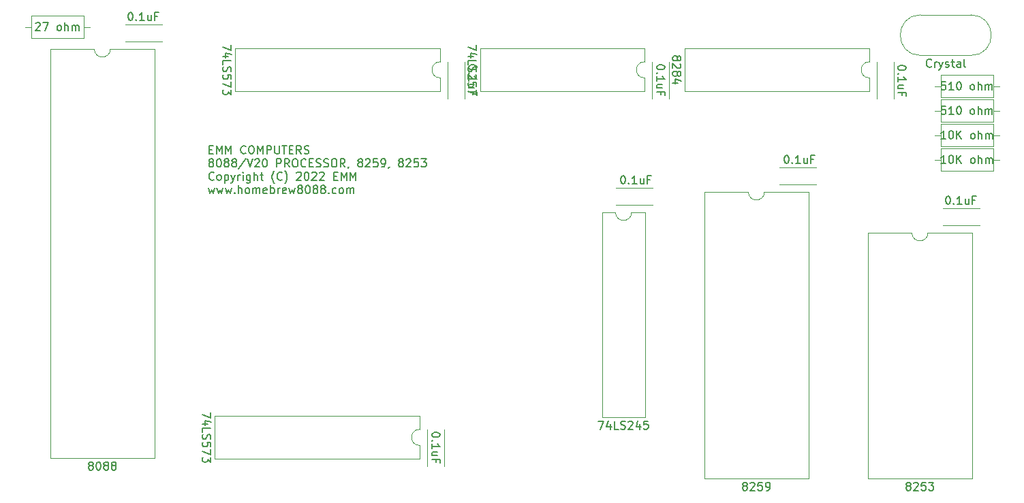
<source format=gbr>
G04 #@! TF.GenerationSoftware,KiCad,Pcbnew,(5.1.8)-1*
G04 #@! TF.CreationDate,2022-04-05T10:35:22-06:00*
G04 #@! TF.ProjectId,8088,38303838-2e6b-4696-9361-645f70636258,rev?*
G04 #@! TF.SameCoordinates,Original*
G04 #@! TF.FileFunction,Legend,Top*
G04 #@! TF.FilePolarity,Positive*
%FSLAX46Y46*%
G04 Gerber Fmt 4.6, Leading zero omitted, Abs format (unit mm)*
G04 Created by KiCad (PCBNEW (5.1.8)-1) date 2022-04-05 10:35:22*
%MOMM*%
%LPD*%
G01*
G04 APERTURE LIST*
%ADD10C,0.150000*%
%ADD11C,0.120000*%
G04 APERTURE END LIST*
D10*
X80845975Y-77438171D02*
X81179308Y-77438171D01*
X81322165Y-77961980D02*
X80845975Y-77961980D01*
X80845975Y-76961980D01*
X81322165Y-76961980D01*
X81750737Y-77961980D02*
X81750737Y-76961980D01*
X82084070Y-77676266D01*
X82417403Y-76961980D01*
X82417403Y-77961980D01*
X82893594Y-77961980D02*
X82893594Y-76961980D01*
X83226927Y-77676266D01*
X83560260Y-76961980D01*
X83560260Y-77961980D01*
X85369784Y-77866742D02*
X85322165Y-77914361D01*
X85179308Y-77961980D01*
X85084070Y-77961980D01*
X84941213Y-77914361D01*
X84845975Y-77819123D01*
X84798356Y-77723885D01*
X84750737Y-77533409D01*
X84750737Y-77390552D01*
X84798356Y-77200076D01*
X84845975Y-77104838D01*
X84941213Y-77009600D01*
X85084070Y-76961980D01*
X85179308Y-76961980D01*
X85322165Y-77009600D01*
X85369784Y-77057219D01*
X85988832Y-76961980D02*
X86179308Y-76961980D01*
X86274546Y-77009600D01*
X86369784Y-77104838D01*
X86417403Y-77295314D01*
X86417403Y-77628647D01*
X86369784Y-77819123D01*
X86274546Y-77914361D01*
X86179308Y-77961980D01*
X85988832Y-77961980D01*
X85893594Y-77914361D01*
X85798356Y-77819123D01*
X85750737Y-77628647D01*
X85750737Y-77295314D01*
X85798356Y-77104838D01*
X85893594Y-77009600D01*
X85988832Y-76961980D01*
X86845975Y-77961980D02*
X86845975Y-76961980D01*
X87179308Y-77676266D01*
X87512641Y-76961980D01*
X87512641Y-77961980D01*
X87988832Y-77961980D02*
X87988832Y-76961980D01*
X88369784Y-76961980D01*
X88465022Y-77009600D01*
X88512641Y-77057219D01*
X88560260Y-77152457D01*
X88560260Y-77295314D01*
X88512641Y-77390552D01*
X88465022Y-77438171D01*
X88369784Y-77485790D01*
X87988832Y-77485790D01*
X88988832Y-76961980D02*
X88988832Y-77771504D01*
X89036451Y-77866742D01*
X89084070Y-77914361D01*
X89179308Y-77961980D01*
X89369784Y-77961980D01*
X89465022Y-77914361D01*
X89512641Y-77866742D01*
X89560260Y-77771504D01*
X89560260Y-76961980D01*
X89893594Y-76961980D02*
X90465022Y-76961980D01*
X90179308Y-77961980D02*
X90179308Y-76961980D01*
X90798356Y-77438171D02*
X91131689Y-77438171D01*
X91274546Y-77961980D02*
X90798356Y-77961980D01*
X90798356Y-76961980D01*
X91274546Y-76961980D01*
X92274546Y-77961980D02*
X91941213Y-77485790D01*
X91703118Y-77961980D02*
X91703118Y-76961980D01*
X92084070Y-76961980D01*
X92179308Y-77009600D01*
X92226927Y-77057219D01*
X92274546Y-77152457D01*
X92274546Y-77295314D01*
X92226927Y-77390552D01*
X92179308Y-77438171D01*
X92084070Y-77485790D01*
X91703118Y-77485790D01*
X92655499Y-77914361D02*
X92798356Y-77961980D01*
X93036451Y-77961980D01*
X93131689Y-77914361D01*
X93179308Y-77866742D01*
X93226927Y-77771504D01*
X93226927Y-77676266D01*
X93179308Y-77581028D01*
X93131689Y-77533409D01*
X93036451Y-77485790D01*
X92845975Y-77438171D01*
X92750737Y-77390552D01*
X92703118Y-77342933D01*
X92655499Y-77247695D01*
X92655499Y-77152457D01*
X92703118Y-77057219D01*
X92750737Y-77009600D01*
X92845975Y-76961980D01*
X93084070Y-76961980D01*
X93226927Y-77009600D01*
X80988832Y-79040552D02*
X80893594Y-78992933D01*
X80845975Y-78945314D01*
X80798356Y-78850076D01*
X80798356Y-78802457D01*
X80845975Y-78707219D01*
X80893594Y-78659600D01*
X80988832Y-78611980D01*
X81179308Y-78611980D01*
X81274546Y-78659600D01*
X81322165Y-78707219D01*
X81369784Y-78802457D01*
X81369784Y-78850076D01*
X81322165Y-78945314D01*
X81274546Y-78992933D01*
X81179308Y-79040552D01*
X80988832Y-79040552D01*
X80893594Y-79088171D01*
X80845975Y-79135790D01*
X80798356Y-79231028D01*
X80798356Y-79421504D01*
X80845975Y-79516742D01*
X80893594Y-79564361D01*
X80988832Y-79611980D01*
X81179308Y-79611980D01*
X81274546Y-79564361D01*
X81322165Y-79516742D01*
X81369784Y-79421504D01*
X81369784Y-79231028D01*
X81322165Y-79135790D01*
X81274546Y-79088171D01*
X81179308Y-79040552D01*
X81988832Y-78611980D02*
X82084070Y-78611980D01*
X82179308Y-78659600D01*
X82226927Y-78707219D01*
X82274546Y-78802457D01*
X82322165Y-78992933D01*
X82322165Y-79231028D01*
X82274546Y-79421504D01*
X82226927Y-79516742D01*
X82179308Y-79564361D01*
X82084070Y-79611980D01*
X81988832Y-79611980D01*
X81893594Y-79564361D01*
X81845975Y-79516742D01*
X81798356Y-79421504D01*
X81750737Y-79231028D01*
X81750737Y-78992933D01*
X81798356Y-78802457D01*
X81845975Y-78707219D01*
X81893594Y-78659600D01*
X81988832Y-78611980D01*
X82893594Y-79040552D02*
X82798356Y-78992933D01*
X82750737Y-78945314D01*
X82703118Y-78850076D01*
X82703118Y-78802457D01*
X82750737Y-78707219D01*
X82798356Y-78659600D01*
X82893594Y-78611980D01*
X83084070Y-78611980D01*
X83179308Y-78659600D01*
X83226927Y-78707219D01*
X83274546Y-78802457D01*
X83274546Y-78850076D01*
X83226927Y-78945314D01*
X83179308Y-78992933D01*
X83084070Y-79040552D01*
X82893594Y-79040552D01*
X82798356Y-79088171D01*
X82750737Y-79135790D01*
X82703118Y-79231028D01*
X82703118Y-79421504D01*
X82750737Y-79516742D01*
X82798356Y-79564361D01*
X82893594Y-79611980D01*
X83084070Y-79611980D01*
X83179308Y-79564361D01*
X83226927Y-79516742D01*
X83274546Y-79421504D01*
X83274546Y-79231028D01*
X83226927Y-79135790D01*
X83179308Y-79088171D01*
X83084070Y-79040552D01*
X83845975Y-79040552D02*
X83750737Y-78992933D01*
X83703118Y-78945314D01*
X83655499Y-78850076D01*
X83655499Y-78802457D01*
X83703118Y-78707219D01*
X83750737Y-78659600D01*
X83845975Y-78611980D01*
X84036451Y-78611980D01*
X84131689Y-78659600D01*
X84179308Y-78707219D01*
X84226927Y-78802457D01*
X84226927Y-78850076D01*
X84179308Y-78945314D01*
X84131689Y-78992933D01*
X84036451Y-79040552D01*
X83845975Y-79040552D01*
X83750737Y-79088171D01*
X83703118Y-79135790D01*
X83655499Y-79231028D01*
X83655499Y-79421504D01*
X83703118Y-79516742D01*
X83750737Y-79564361D01*
X83845975Y-79611980D01*
X84036451Y-79611980D01*
X84131689Y-79564361D01*
X84179308Y-79516742D01*
X84226927Y-79421504D01*
X84226927Y-79231028D01*
X84179308Y-79135790D01*
X84131689Y-79088171D01*
X84036451Y-79040552D01*
X85369784Y-78564361D02*
X84512641Y-79850076D01*
X85560260Y-78611980D02*
X85893594Y-79611980D01*
X86226927Y-78611980D01*
X86512641Y-78707219D02*
X86560260Y-78659600D01*
X86655499Y-78611980D01*
X86893594Y-78611980D01*
X86988832Y-78659600D01*
X87036451Y-78707219D01*
X87084070Y-78802457D01*
X87084070Y-78897695D01*
X87036451Y-79040552D01*
X86465022Y-79611980D01*
X87084070Y-79611980D01*
X87703118Y-78611980D02*
X87798356Y-78611980D01*
X87893594Y-78659600D01*
X87941213Y-78707219D01*
X87988832Y-78802457D01*
X88036451Y-78992933D01*
X88036451Y-79231028D01*
X87988832Y-79421504D01*
X87941213Y-79516742D01*
X87893594Y-79564361D01*
X87798356Y-79611980D01*
X87703118Y-79611980D01*
X87607880Y-79564361D01*
X87560260Y-79516742D01*
X87512641Y-79421504D01*
X87465022Y-79231028D01*
X87465022Y-78992933D01*
X87512641Y-78802457D01*
X87560260Y-78707219D01*
X87607880Y-78659600D01*
X87703118Y-78611980D01*
X89226927Y-79611980D02*
X89226927Y-78611980D01*
X89607880Y-78611980D01*
X89703118Y-78659600D01*
X89750737Y-78707219D01*
X89798356Y-78802457D01*
X89798356Y-78945314D01*
X89750737Y-79040552D01*
X89703118Y-79088171D01*
X89607880Y-79135790D01*
X89226927Y-79135790D01*
X90798356Y-79611980D02*
X90465022Y-79135790D01*
X90226927Y-79611980D02*
X90226927Y-78611980D01*
X90607880Y-78611980D01*
X90703118Y-78659600D01*
X90750737Y-78707219D01*
X90798356Y-78802457D01*
X90798356Y-78945314D01*
X90750737Y-79040552D01*
X90703118Y-79088171D01*
X90607880Y-79135790D01*
X90226927Y-79135790D01*
X91417403Y-78611980D02*
X91607880Y-78611980D01*
X91703118Y-78659600D01*
X91798356Y-78754838D01*
X91845975Y-78945314D01*
X91845975Y-79278647D01*
X91798356Y-79469123D01*
X91703118Y-79564361D01*
X91607880Y-79611980D01*
X91417403Y-79611980D01*
X91322165Y-79564361D01*
X91226927Y-79469123D01*
X91179308Y-79278647D01*
X91179308Y-78945314D01*
X91226927Y-78754838D01*
X91322165Y-78659600D01*
X91417403Y-78611980D01*
X92845975Y-79516742D02*
X92798356Y-79564361D01*
X92655499Y-79611980D01*
X92560260Y-79611980D01*
X92417403Y-79564361D01*
X92322165Y-79469123D01*
X92274546Y-79373885D01*
X92226927Y-79183409D01*
X92226927Y-79040552D01*
X92274546Y-78850076D01*
X92322165Y-78754838D01*
X92417403Y-78659600D01*
X92560260Y-78611980D01*
X92655499Y-78611980D01*
X92798356Y-78659600D01*
X92845975Y-78707219D01*
X93274546Y-79088171D02*
X93607880Y-79088171D01*
X93750737Y-79611980D02*
X93274546Y-79611980D01*
X93274546Y-78611980D01*
X93750737Y-78611980D01*
X94131689Y-79564361D02*
X94274546Y-79611980D01*
X94512641Y-79611980D01*
X94607880Y-79564361D01*
X94655499Y-79516742D01*
X94703118Y-79421504D01*
X94703118Y-79326266D01*
X94655499Y-79231028D01*
X94607880Y-79183409D01*
X94512641Y-79135790D01*
X94322165Y-79088171D01*
X94226927Y-79040552D01*
X94179308Y-78992933D01*
X94131689Y-78897695D01*
X94131689Y-78802457D01*
X94179308Y-78707219D01*
X94226927Y-78659600D01*
X94322165Y-78611980D01*
X94560260Y-78611980D01*
X94703118Y-78659600D01*
X95084070Y-79564361D02*
X95226927Y-79611980D01*
X95465022Y-79611980D01*
X95560260Y-79564361D01*
X95607880Y-79516742D01*
X95655499Y-79421504D01*
X95655499Y-79326266D01*
X95607880Y-79231028D01*
X95560260Y-79183409D01*
X95465022Y-79135790D01*
X95274546Y-79088171D01*
X95179308Y-79040552D01*
X95131689Y-78992933D01*
X95084070Y-78897695D01*
X95084070Y-78802457D01*
X95131689Y-78707219D01*
X95179308Y-78659600D01*
X95274546Y-78611980D01*
X95512641Y-78611980D01*
X95655499Y-78659600D01*
X96274546Y-78611980D02*
X96465022Y-78611980D01*
X96560260Y-78659600D01*
X96655499Y-78754838D01*
X96703118Y-78945314D01*
X96703118Y-79278647D01*
X96655499Y-79469123D01*
X96560260Y-79564361D01*
X96465022Y-79611980D01*
X96274546Y-79611980D01*
X96179308Y-79564361D01*
X96084070Y-79469123D01*
X96036451Y-79278647D01*
X96036451Y-78945314D01*
X96084070Y-78754838D01*
X96179308Y-78659600D01*
X96274546Y-78611980D01*
X97703118Y-79611980D02*
X97369784Y-79135790D01*
X97131689Y-79611980D02*
X97131689Y-78611980D01*
X97512641Y-78611980D01*
X97607880Y-78659600D01*
X97655499Y-78707219D01*
X97703118Y-78802457D01*
X97703118Y-78945314D01*
X97655499Y-79040552D01*
X97607880Y-79088171D01*
X97512641Y-79135790D01*
X97131689Y-79135790D01*
X98179308Y-79564361D02*
X98179308Y-79611980D01*
X98131689Y-79707219D01*
X98084070Y-79754838D01*
X99512641Y-79040552D02*
X99417403Y-78992933D01*
X99369784Y-78945314D01*
X99322165Y-78850076D01*
X99322165Y-78802457D01*
X99369784Y-78707219D01*
X99417403Y-78659600D01*
X99512641Y-78611980D01*
X99703118Y-78611980D01*
X99798356Y-78659600D01*
X99845975Y-78707219D01*
X99893594Y-78802457D01*
X99893594Y-78850076D01*
X99845975Y-78945314D01*
X99798356Y-78992933D01*
X99703118Y-79040552D01*
X99512641Y-79040552D01*
X99417403Y-79088171D01*
X99369784Y-79135790D01*
X99322165Y-79231028D01*
X99322165Y-79421504D01*
X99369784Y-79516742D01*
X99417403Y-79564361D01*
X99512641Y-79611980D01*
X99703118Y-79611980D01*
X99798356Y-79564361D01*
X99845975Y-79516742D01*
X99893594Y-79421504D01*
X99893594Y-79231028D01*
X99845975Y-79135790D01*
X99798356Y-79088171D01*
X99703118Y-79040552D01*
X100274546Y-78707219D02*
X100322165Y-78659600D01*
X100417403Y-78611980D01*
X100655499Y-78611980D01*
X100750737Y-78659600D01*
X100798356Y-78707219D01*
X100845975Y-78802457D01*
X100845975Y-78897695D01*
X100798356Y-79040552D01*
X100226927Y-79611980D01*
X100845975Y-79611980D01*
X101750737Y-78611980D02*
X101274546Y-78611980D01*
X101226927Y-79088171D01*
X101274546Y-79040552D01*
X101369784Y-78992933D01*
X101607880Y-78992933D01*
X101703118Y-79040552D01*
X101750737Y-79088171D01*
X101798356Y-79183409D01*
X101798356Y-79421504D01*
X101750737Y-79516742D01*
X101703118Y-79564361D01*
X101607880Y-79611980D01*
X101369784Y-79611980D01*
X101274546Y-79564361D01*
X101226927Y-79516742D01*
X102274546Y-79611980D02*
X102465022Y-79611980D01*
X102560260Y-79564361D01*
X102607880Y-79516742D01*
X102703118Y-79373885D01*
X102750737Y-79183409D01*
X102750737Y-78802457D01*
X102703118Y-78707219D01*
X102655499Y-78659600D01*
X102560260Y-78611980D01*
X102369784Y-78611980D01*
X102274546Y-78659600D01*
X102226927Y-78707219D01*
X102179308Y-78802457D01*
X102179308Y-79040552D01*
X102226927Y-79135790D01*
X102274546Y-79183409D01*
X102369784Y-79231028D01*
X102560260Y-79231028D01*
X102655499Y-79183409D01*
X102703118Y-79135790D01*
X102750737Y-79040552D01*
X103226927Y-79564361D02*
X103226927Y-79611980D01*
X103179308Y-79707219D01*
X103131689Y-79754838D01*
X104560260Y-79040552D02*
X104465022Y-78992933D01*
X104417403Y-78945314D01*
X104369784Y-78850076D01*
X104369784Y-78802457D01*
X104417403Y-78707219D01*
X104465022Y-78659600D01*
X104560260Y-78611980D01*
X104750737Y-78611980D01*
X104845975Y-78659600D01*
X104893594Y-78707219D01*
X104941213Y-78802457D01*
X104941213Y-78850076D01*
X104893594Y-78945314D01*
X104845975Y-78992933D01*
X104750737Y-79040552D01*
X104560260Y-79040552D01*
X104465022Y-79088171D01*
X104417403Y-79135790D01*
X104369784Y-79231028D01*
X104369784Y-79421504D01*
X104417403Y-79516742D01*
X104465022Y-79564361D01*
X104560260Y-79611980D01*
X104750737Y-79611980D01*
X104845975Y-79564361D01*
X104893594Y-79516742D01*
X104941213Y-79421504D01*
X104941213Y-79231028D01*
X104893594Y-79135790D01*
X104845975Y-79088171D01*
X104750737Y-79040552D01*
X105322165Y-78707219D02*
X105369784Y-78659600D01*
X105465022Y-78611980D01*
X105703118Y-78611980D01*
X105798356Y-78659600D01*
X105845975Y-78707219D01*
X105893594Y-78802457D01*
X105893594Y-78897695D01*
X105845975Y-79040552D01*
X105274546Y-79611980D01*
X105893594Y-79611980D01*
X106798356Y-78611980D02*
X106322165Y-78611980D01*
X106274546Y-79088171D01*
X106322165Y-79040552D01*
X106417403Y-78992933D01*
X106655499Y-78992933D01*
X106750737Y-79040552D01*
X106798356Y-79088171D01*
X106845975Y-79183409D01*
X106845975Y-79421504D01*
X106798356Y-79516742D01*
X106750737Y-79564361D01*
X106655499Y-79611980D01*
X106417403Y-79611980D01*
X106322165Y-79564361D01*
X106274546Y-79516742D01*
X107179308Y-78611980D02*
X107798356Y-78611980D01*
X107465022Y-78992933D01*
X107607879Y-78992933D01*
X107703118Y-79040552D01*
X107750737Y-79088171D01*
X107798356Y-79183409D01*
X107798356Y-79421504D01*
X107750737Y-79516742D01*
X107703118Y-79564361D01*
X107607879Y-79611980D01*
X107322165Y-79611980D01*
X107226927Y-79564361D01*
X107179308Y-79516742D01*
X81417403Y-81166742D02*
X81369784Y-81214361D01*
X81226927Y-81261980D01*
X81131689Y-81261980D01*
X80988832Y-81214361D01*
X80893594Y-81119123D01*
X80845975Y-81023885D01*
X80798356Y-80833409D01*
X80798356Y-80690552D01*
X80845975Y-80500076D01*
X80893594Y-80404838D01*
X80988832Y-80309600D01*
X81131689Y-80261980D01*
X81226927Y-80261980D01*
X81369784Y-80309600D01*
X81417403Y-80357219D01*
X81988832Y-81261980D02*
X81893594Y-81214361D01*
X81845975Y-81166742D01*
X81798356Y-81071504D01*
X81798356Y-80785790D01*
X81845975Y-80690552D01*
X81893594Y-80642933D01*
X81988832Y-80595314D01*
X82131689Y-80595314D01*
X82226927Y-80642933D01*
X82274546Y-80690552D01*
X82322165Y-80785790D01*
X82322165Y-81071504D01*
X82274546Y-81166742D01*
X82226927Y-81214361D01*
X82131689Y-81261980D01*
X81988832Y-81261980D01*
X82750737Y-80595314D02*
X82750737Y-81595314D01*
X82750737Y-80642933D02*
X82845975Y-80595314D01*
X83036451Y-80595314D01*
X83131689Y-80642933D01*
X83179308Y-80690552D01*
X83226927Y-80785790D01*
X83226927Y-81071504D01*
X83179308Y-81166742D01*
X83131689Y-81214361D01*
X83036451Y-81261980D01*
X82845975Y-81261980D01*
X82750737Y-81214361D01*
X83560260Y-80595314D02*
X83798356Y-81261980D01*
X84036451Y-80595314D02*
X83798356Y-81261980D01*
X83703118Y-81500076D01*
X83655499Y-81547695D01*
X83560260Y-81595314D01*
X84417403Y-81261980D02*
X84417403Y-80595314D01*
X84417403Y-80785790D02*
X84465022Y-80690552D01*
X84512641Y-80642933D01*
X84607880Y-80595314D01*
X84703118Y-80595314D01*
X85036451Y-81261980D02*
X85036451Y-80595314D01*
X85036451Y-80261980D02*
X84988832Y-80309600D01*
X85036451Y-80357219D01*
X85084070Y-80309600D01*
X85036451Y-80261980D01*
X85036451Y-80357219D01*
X85941213Y-80595314D02*
X85941213Y-81404838D01*
X85893594Y-81500076D01*
X85845975Y-81547695D01*
X85750737Y-81595314D01*
X85607880Y-81595314D01*
X85512641Y-81547695D01*
X85941213Y-81214361D02*
X85845975Y-81261980D01*
X85655499Y-81261980D01*
X85560260Y-81214361D01*
X85512641Y-81166742D01*
X85465022Y-81071504D01*
X85465022Y-80785790D01*
X85512641Y-80690552D01*
X85560260Y-80642933D01*
X85655499Y-80595314D01*
X85845975Y-80595314D01*
X85941213Y-80642933D01*
X86417403Y-81261980D02*
X86417403Y-80261980D01*
X86845975Y-81261980D02*
X86845975Y-80738171D01*
X86798356Y-80642933D01*
X86703118Y-80595314D01*
X86560260Y-80595314D01*
X86465022Y-80642933D01*
X86417403Y-80690552D01*
X87179308Y-80595314D02*
X87560260Y-80595314D01*
X87322165Y-80261980D02*
X87322165Y-81119123D01*
X87369784Y-81214361D01*
X87465022Y-81261980D01*
X87560260Y-81261980D01*
X88941213Y-81642933D02*
X88893594Y-81595314D01*
X88798356Y-81452457D01*
X88750737Y-81357219D01*
X88703118Y-81214361D01*
X88655499Y-80976266D01*
X88655499Y-80785790D01*
X88703118Y-80547695D01*
X88750737Y-80404838D01*
X88798356Y-80309600D01*
X88893594Y-80166742D01*
X88941213Y-80119123D01*
X89893594Y-81166742D02*
X89845975Y-81214361D01*
X89703118Y-81261980D01*
X89607880Y-81261980D01*
X89465022Y-81214361D01*
X89369784Y-81119123D01*
X89322165Y-81023885D01*
X89274546Y-80833409D01*
X89274546Y-80690552D01*
X89322165Y-80500076D01*
X89369784Y-80404838D01*
X89465022Y-80309600D01*
X89607880Y-80261980D01*
X89703118Y-80261980D01*
X89845975Y-80309600D01*
X89893594Y-80357219D01*
X90226927Y-81642933D02*
X90274546Y-81595314D01*
X90369784Y-81452457D01*
X90417403Y-81357219D01*
X90465022Y-81214361D01*
X90512641Y-80976266D01*
X90512641Y-80785790D01*
X90465022Y-80547695D01*
X90417403Y-80404838D01*
X90369784Y-80309600D01*
X90274546Y-80166742D01*
X90226927Y-80119123D01*
X91703118Y-80357219D02*
X91750737Y-80309600D01*
X91845975Y-80261980D01*
X92084070Y-80261980D01*
X92179308Y-80309600D01*
X92226927Y-80357219D01*
X92274546Y-80452457D01*
X92274546Y-80547695D01*
X92226927Y-80690552D01*
X91655499Y-81261980D01*
X92274546Y-81261980D01*
X92893594Y-80261980D02*
X92988832Y-80261980D01*
X93084070Y-80309600D01*
X93131689Y-80357219D01*
X93179308Y-80452457D01*
X93226927Y-80642933D01*
X93226927Y-80881028D01*
X93179308Y-81071504D01*
X93131689Y-81166742D01*
X93084070Y-81214361D01*
X92988832Y-81261980D01*
X92893594Y-81261980D01*
X92798356Y-81214361D01*
X92750737Y-81166742D01*
X92703118Y-81071504D01*
X92655499Y-80881028D01*
X92655499Y-80642933D01*
X92703118Y-80452457D01*
X92750737Y-80357219D01*
X92798356Y-80309600D01*
X92893594Y-80261980D01*
X93607880Y-80357219D02*
X93655499Y-80309600D01*
X93750737Y-80261980D01*
X93988832Y-80261980D01*
X94084070Y-80309600D01*
X94131689Y-80357219D01*
X94179308Y-80452457D01*
X94179308Y-80547695D01*
X94131689Y-80690552D01*
X93560260Y-81261980D01*
X94179308Y-81261980D01*
X94560260Y-80357219D02*
X94607880Y-80309600D01*
X94703118Y-80261980D01*
X94941213Y-80261980D01*
X95036451Y-80309600D01*
X95084070Y-80357219D01*
X95131689Y-80452457D01*
X95131689Y-80547695D01*
X95084070Y-80690552D01*
X94512641Y-81261980D01*
X95131689Y-81261980D01*
X96322165Y-80738171D02*
X96655499Y-80738171D01*
X96798356Y-81261980D02*
X96322165Y-81261980D01*
X96322165Y-80261980D01*
X96798356Y-80261980D01*
X97226927Y-81261980D02*
X97226927Y-80261980D01*
X97560260Y-80976266D01*
X97893594Y-80261980D01*
X97893594Y-81261980D01*
X98369784Y-81261980D02*
X98369784Y-80261980D01*
X98703118Y-80976266D01*
X99036451Y-80261980D01*
X99036451Y-81261980D01*
X80750737Y-82245314D02*
X80941213Y-82911980D01*
X81131689Y-82435790D01*
X81322165Y-82911980D01*
X81512641Y-82245314D01*
X81798356Y-82245314D02*
X81988832Y-82911980D01*
X82179308Y-82435790D01*
X82369784Y-82911980D01*
X82560260Y-82245314D01*
X82845975Y-82245314D02*
X83036451Y-82911980D01*
X83226927Y-82435790D01*
X83417403Y-82911980D01*
X83607880Y-82245314D01*
X83988832Y-82816742D02*
X84036451Y-82864361D01*
X83988832Y-82911980D01*
X83941213Y-82864361D01*
X83988832Y-82816742D01*
X83988832Y-82911980D01*
X84465022Y-82911980D02*
X84465022Y-81911980D01*
X84893594Y-82911980D02*
X84893594Y-82388171D01*
X84845975Y-82292933D01*
X84750737Y-82245314D01*
X84607880Y-82245314D01*
X84512641Y-82292933D01*
X84465022Y-82340552D01*
X85512641Y-82911980D02*
X85417403Y-82864361D01*
X85369784Y-82816742D01*
X85322165Y-82721504D01*
X85322165Y-82435790D01*
X85369784Y-82340552D01*
X85417403Y-82292933D01*
X85512641Y-82245314D01*
X85655499Y-82245314D01*
X85750737Y-82292933D01*
X85798356Y-82340552D01*
X85845975Y-82435790D01*
X85845975Y-82721504D01*
X85798356Y-82816742D01*
X85750737Y-82864361D01*
X85655499Y-82911980D01*
X85512641Y-82911980D01*
X86274546Y-82911980D02*
X86274546Y-82245314D01*
X86274546Y-82340552D02*
X86322165Y-82292933D01*
X86417403Y-82245314D01*
X86560260Y-82245314D01*
X86655499Y-82292933D01*
X86703118Y-82388171D01*
X86703118Y-82911980D01*
X86703118Y-82388171D02*
X86750737Y-82292933D01*
X86845975Y-82245314D01*
X86988832Y-82245314D01*
X87084070Y-82292933D01*
X87131689Y-82388171D01*
X87131689Y-82911980D01*
X87988832Y-82864361D02*
X87893594Y-82911980D01*
X87703118Y-82911980D01*
X87607880Y-82864361D01*
X87560260Y-82769123D01*
X87560260Y-82388171D01*
X87607880Y-82292933D01*
X87703118Y-82245314D01*
X87893594Y-82245314D01*
X87988832Y-82292933D01*
X88036451Y-82388171D01*
X88036451Y-82483409D01*
X87560260Y-82578647D01*
X88465022Y-82911980D02*
X88465022Y-81911980D01*
X88465022Y-82292933D02*
X88560260Y-82245314D01*
X88750737Y-82245314D01*
X88845975Y-82292933D01*
X88893594Y-82340552D01*
X88941213Y-82435790D01*
X88941213Y-82721504D01*
X88893594Y-82816742D01*
X88845975Y-82864361D01*
X88750737Y-82911980D01*
X88560260Y-82911980D01*
X88465022Y-82864361D01*
X89369784Y-82911980D02*
X89369784Y-82245314D01*
X89369784Y-82435790D02*
X89417403Y-82340552D01*
X89465022Y-82292933D01*
X89560260Y-82245314D01*
X89655499Y-82245314D01*
X90369784Y-82864361D02*
X90274546Y-82911980D01*
X90084070Y-82911980D01*
X89988832Y-82864361D01*
X89941213Y-82769123D01*
X89941213Y-82388171D01*
X89988832Y-82292933D01*
X90084070Y-82245314D01*
X90274546Y-82245314D01*
X90369784Y-82292933D01*
X90417403Y-82388171D01*
X90417403Y-82483409D01*
X89941213Y-82578647D01*
X90750737Y-82245314D02*
X90941213Y-82911980D01*
X91131689Y-82435790D01*
X91322165Y-82911980D01*
X91512641Y-82245314D01*
X92036451Y-82340552D02*
X91941213Y-82292933D01*
X91893594Y-82245314D01*
X91845975Y-82150076D01*
X91845975Y-82102457D01*
X91893594Y-82007219D01*
X91941213Y-81959600D01*
X92036451Y-81911980D01*
X92226927Y-81911980D01*
X92322165Y-81959600D01*
X92369784Y-82007219D01*
X92417403Y-82102457D01*
X92417403Y-82150076D01*
X92369784Y-82245314D01*
X92322165Y-82292933D01*
X92226927Y-82340552D01*
X92036451Y-82340552D01*
X91941213Y-82388171D01*
X91893594Y-82435790D01*
X91845975Y-82531028D01*
X91845975Y-82721504D01*
X91893594Y-82816742D01*
X91941213Y-82864361D01*
X92036451Y-82911980D01*
X92226927Y-82911980D01*
X92322165Y-82864361D01*
X92369784Y-82816742D01*
X92417403Y-82721504D01*
X92417403Y-82531028D01*
X92369784Y-82435790D01*
X92322165Y-82388171D01*
X92226927Y-82340552D01*
X93036451Y-81911980D02*
X93131689Y-81911980D01*
X93226927Y-81959600D01*
X93274546Y-82007219D01*
X93322165Y-82102457D01*
X93369784Y-82292933D01*
X93369784Y-82531028D01*
X93322165Y-82721504D01*
X93274546Y-82816742D01*
X93226927Y-82864361D01*
X93131689Y-82911980D01*
X93036451Y-82911980D01*
X92941213Y-82864361D01*
X92893594Y-82816742D01*
X92845975Y-82721504D01*
X92798356Y-82531028D01*
X92798356Y-82292933D01*
X92845975Y-82102457D01*
X92893594Y-82007219D01*
X92941213Y-81959600D01*
X93036451Y-81911980D01*
X93941213Y-82340552D02*
X93845975Y-82292933D01*
X93798356Y-82245314D01*
X93750737Y-82150076D01*
X93750737Y-82102457D01*
X93798356Y-82007219D01*
X93845975Y-81959600D01*
X93941213Y-81911980D01*
X94131689Y-81911980D01*
X94226927Y-81959600D01*
X94274546Y-82007219D01*
X94322165Y-82102457D01*
X94322165Y-82150076D01*
X94274546Y-82245314D01*
X94226927Y-82292933D01*
X94131689Y-82340552D01*
X93941213Y-82340552D01*
X93845975Y-82388171D01*
X93798356Y-82435790D01*
X93750737Y-82531028D01*
X93750737Y-82721504D01*
X93798356Y-82816742D01*
X93845975Y-82864361D01*
X93941213Y-82911980D01*
X94131689Y-82911980D01*
X94226927Y-82864361D01*
X94274546Y-82816742D01*
X94322165Y-82721504D01*
X94322165Y-82531028D01*
X94274546Y-82435790D01*
X94226927Y-82388171D01*
X94131689Y-82340552D01*
X94893594Y-82340552D02*
X94798356Y-82292933D01*
X94750737Y-82245314D01*
X94703118Y-82150076D01*
X94703118Y-82102457D01*
X94750737Y-82007219D01*
X94798356Y-81959600D01*
X94893594Y-81911980D01*
X95084070Y-81911980D01*
X95179308Y-81959600D01*
X95226927Y-82007219D01*
X95274546Y-82102457D01*
X95274546Y-82150076D01*
X95226927Y-82245314D01*
X95179308Y-82292933D01*
X95084070Y-82340552D01*
X94893594Y-82340552D01*
X94798356Y-82388171D01*
X94750737Y-82435790D01*
X94703118Y-82531028D01*
X94703118Y-82721504D01*
X94750737Y-82816742D01*
X94798356Y-82864361D01*
X94893594Y-82911980D01*
X95084070Y-82911980D01*
X95179308Y-82864361D01*
X95226927Y-82816742D01*
X95274546Y-82721504D01*
X95274546Y-82531028D01*
X95226927Y-82435790D01*
X95179308Y-82388171D01*
X95084070Y-82340552D01*
X95703118Y-82816742D02*
X95750737Y-82864361D01*
X95703118Y-82911980D01*
X95655499Y-82864361D01*
X95703118Y-82816742D01*
X95703118Y-82911980D01*
X96607880Y-82864361D02*
X96512641Y-82911980D01*
X96322165Y-82911980D01*
X96226927Y-82864361D01*
X96179308Y-82816742D01*
X96131689Y-82721504D01*
X96131689Y-82435790D01*
X96179308Y-82340552D01*
X96226927Y-82292933D01*
X96322165Y-82245314D01*
X96512641Y-82245314D01*
X96607880Y-82292933D01*
X97179308Y-82911980D02*
X97084070Y-82864361D01*
X97036451Y-82816742D01*
X96988832Y-82721504D01*
X96988832Y-82435790D01*
X97036451Y-82340552D01*
X97084070Y-82292933D01*
X97179308Y-82245314D01*
X97322165Y-82245314D01*
X97417403Y-82292933D01*
X97465022Y-82340552D01*
X97512641Y-82435790D01*
X97512641Y-82721504D01*
X97465022Y-82816742D01*
X97417403Y-82864361D01*
X97322165Y-82911980D01*
X97179308Y-82911980D01*
X97941213Y-82911980D02*
X97941213Y-82245314D01*
X97941213Y-82340552D02*
X97988832Y-82292933D01*
X98084070Y-82245314D01*
X98226927Y-82245314D01*
X98322165Y-82292933D01*
X98369784Y-82388171D01*
X98369784Y-82911980D01*
X98369784Y-82388171D02*
X98417403Y-82292933D01*
X98512641Y-82245314D01*
X98655499Y-82245314D01*
X98750737Y-82292933D01*
X98798356Y-82388171D01*
X98798356Y-82911980D01*
D11*
G04 #@! TO.C,C1*
X74946380Y-64021600D02*
X74946380Y-64036600D01*
X74946380Y-61896600D02*
X74946380Y-61911600D01*
X70406380Y-64021600D02*
X70406380Y-64036600D01*
X70406380Y-61896600D02*
X70406380Y-61911600D01*
X70406380Y-64036600D02*
X74946380Y-64036600D01*
X70406380Y-61896600D02*
X74946380Y-61896600D01*
G04 #@! TO.C,Y1*
X169243380Y-65745600D02*
X175493380Y-65745600D01*
X169243380Y-60695600D02*
X175493380Y-60695600D01*
X175493380Y-65745600D02*
G75*
G03*
X175493380Y-60695600I0J2525000D01*
G01*
X169243380Y-65745600D02*
G75*
G02*
X169243380Y-60695600I0J2525000D01*
G01*
G04 #@! TO.C,U5*
X134926380Y-70188600D02*
X134926380Y-68538600D01*
X114486380Y-70188600D02*
X134926380Y-70188600D01*
X114486380Y-64888600D02*
X114486380Y-70188600D01*
X134926380Y-64888600D02*
X114486380Y-64888600D01*
X134926380Y-66538600D02*
X134926380Y-64888600D01*
X134926380Y-68538600D02*
G75*
G02*
X134926380Y-66538600I0J1000000D01*
G01*
G04 #@! TO.C,U8*
X175616380Y-87798600D02*
X170156380Y-87798600D01*
X175616380Y-118398600D02*
X175616380Y-87798600D01*
X162696380Y-118398600D02*
X175616380Y-118398600D01*
X162696380Y-87798600D02*
X162696380Y-118398600D01*
X168156380Y-87798600D02*
X162696380Y-87798600D01*
X170156380Y-87798600D02*
G75*
G02*
X168156380Y-87798600I-1000000J0D01*
G01*
G04 #@! TO.C,U7*
X155296380Y-82718600D02*
X149836380Y-82718600D01*
X155296380Y-118398600D02*
X155296380Y-82718600D01*
X142376380Y-118398600D02*
X155296380Y-118398600D01*
X142376380Y-82718600D02*
X142376380Y-118398600D01*
X147836380Y-82718600D02*
X142376380Y-82718600D01*
X149836380Y-82718600D02*
G75*
G02*
X147836380Y-82718600I-1000000J0D01*
G01*
G04 #@! TO.C,U1*
X74016380Y-64938600D02*
X68556380Y-64938600D01*
X74016380Y-115858600D02*
X74016380Y-64938600D01*
X61096380Y-115858600D02*
X74016380Y-115858600D01*
X61096380Y-64938600D02*
X61096380Y-115858600D01*
X66556380Y-64938600D02*
X61096380Y-64938600D01*
X68556380Y-64938600D02*
G75*
G02*
X66556380Y-64938600I-1000000J0D01*
G01*
G04 #@! TO.C,U6*
X162866380Y-70188600D02*
X162866380Y-68538600D01*
X139886380Y-70188600D02*
X162866380Y-70188600D01*
X139886380Y-64888600D02*
X139886380Y-70188600D01*
X162866380Y-64888600D02*
X139886380Y-64888600D01*
X162866380Y-66538600D02*
X162866380Y-64888600D01*
X162866380Y-68538600D02*
G75*
G02*
X162866380Y-66538600I0J1000000D01*
G01*
G04 #@! TO.C,R4*
X179038380Y-75666600D02*
X178268380Y-75666600D01*
X170958380Y-75666600D02*
X171728380Y-75666600D01*
X178268380Y-74296600D02*
X171728380Y-74296600D01*
X178268380Y-77036600D02*
X178268380Y-74296600D01*
X171728380Y-77036600D02*
X178268380Y-77036600D01*
X171728380Y-74296600D02*
X171728380Y-77036600D01*
G04 #@! TO.C,R2*
X179038380Y-69570600D02*
X178268380Y-69570600D01*
X170958380Y-69570600D02*
X171728380Y-69570600D01*
X178268380Y-68200600D02*
X171728380Y-68200600D01*
X178268380Y-70940600D02*
X178268380Y-68200600D01*
X171728380Y-70940600D02*
X178268380Y-70940600D01*
X171728380Y-68200600D02*
X171728380Y-70940600D01*
G04 #@! TO.C,R3*
X179038380Y-72618600D02*
X178268380Y-72618600D01*
X170958380Y-72618600D02*
X171728380Y-72618600D01*
X178268380Y-71248600D02*
X171728380Y-71248600D01*
X178268380Y-73988600D02*
X178268380Y-71248600D01*
X171728380Y-73988600D02*
X178268380Y-73988600D01*
X171728380Y-71248600D02*
X171728380Y-73988600D01*
G04 #@! TO.C,R1*
X66008380Y-62204600D02*
X65238380Y-62204600D01*
X57928380Y-62204600D02*
X58698380Y-62204600D01*
X65238380Y-60834600D02*
X58698380Y-60834600D01*
X65238380Y-63574600D02*
X65238380Y-60834600D01*
X58698380Y-63574600D02*
X65238380Y-63574600D01*
X58698380Y-60834600D02*
X58698380Y-63574600D01*
G04 #@! TO.C,R5*
X179038380Y-78714600D02*
X178268380Y-78714600D01*
X170958380Y-78714600D02*
X171728380Y-78714600D01*
X178268380Y-77344600D02*
X171728380Y-77344600D01*
X178268380Y-80084600D02*
X178268380Y-77344600D01*
X171728380Y-80084600D02*
X178268380Y-80084600D01*
X171728380Y-77344600D02*
X171728380Y-80084600D01*
G04 #@! TO.C,C8*
X176546380Y-86881600D02*
X176546380Y-86896600D01*
X176546380Y-84756600D02*
X176546380Y-84771600D01*
X172006380Y-86881600D02*
X172006380Y-86896600D01*
X172006380Y-84756600D02*
X172006380Y-84771600D01*
X172006380Y-86896600D02*
X176546380Y-86896600D01*
X172006380Y-84756600D02*
X176546380Y-84756600D01*
G04 #@! TO.C,C7*
X156226380Y-81801600D02*
X156226380Y-81816600D01*
X156226380Y-79676600D02*
X156226380Y-79691600D01*
X151686380Y-81801600D02*
X151686380Y-81816600D01*
X151686380Y-79676600D02*
X151686380Y-79691600D01*
X151686380Y-81816600D02*
X156226380Y-81816600D01*
X151686380Y-79676600D02*
X156226380Y-79676600D01*
G04 #@! TO.C,C6*
X163783380Y-71118600D02*
X163768380Y-71118600D01*
X165908380Y-71118600D02*
X165893380Y-71118600D01*
X163783380Y-66578600D02*
X163768380Y-66578600D01*
X165908380Y-66578600D02*
X165893380Y-66578600D01*
X163768380Y-66578600D02*
X163768380Y-71118600D01*
X165908380Y-66578600D02*
X165908380Y-71118600D01*
G04 #@! TO.C,C5*
X135843380Y-71118600D02*
X135828380Y-71118600D01*
X137968380Y-71118600D02*
X137953380Y-71118600D01*
X135843380Y-66578600D02*
X135828380Y-66578600D01*
X137968380Y-66578600D02*
X137953380Y-66578600D01*
X135828380Y-66578600D02*
X135828380Y-71118600D01*
X137968380Y-66578600D02*
X137968380Y-71118600D01*
G04 #@! TO.C,U4*
X134976380Y-85258600D02*
X133326380Y-85258600D01*
X134976380Y-110778600D02*
X134976380Y-85258600D01*
X129676380Y-110778600D02*
X134976380Y-110778600D01*
X129676380Y-85258600D02*
X129676380Y-110778600D01*
X131326380Y-85258600D02*
X129676380Y-85258600D01*
X133326380Y-85258600D02*
G75*
G02*
X131326380Y-85258600I-1000000J0D01*
G01*
G04 #@! TO.C,U2*
X109526380Y-70188600D02*
X109526380Y-68538600D01*
X84006380Y-70188600D02*
X109526380Y-70188600D01*
X84006380Y-64888600D02*
X84006380Y-70188600D01*
X109526380Y-64888600D02*
X84006380Y-64888600D01*
X109526380Y-66538600D02*
X109526380Y-64888600D01*
X109526380Y-68538600D02*
G75*
G02*
X109526380Y-66538600I0J1000000D01*
G01*
G04 #@! TO.C,U3*
X106986380Y-115908600D02*
X106986380Y-114258600D01*
X81466380Y-115908600D02*
X106986380Y-115908600D01*
X81466380Y-110608600D02*
X81466380Y-115908600D01*
X106986380Y-110608600D02*
X81466380Y-110608600D01*
X106986380Y-112258600D02*
X106986380Y-110608600D01*
X106986380Y-114258600D02*
G75*
G02*
X106986380Y-112258600I0J1000000D01*
G01*
G04 #@! TO.C,C4*
X135906380Y-84341600D02*
X135906380Y-84356600D01*
X135906380Y-82216600D02*
X135906380Y-82231600D01*
X131366380Y-84341600D02*
X131366380Y-84356600D01*
X131366380Y-82216600D02*
X131366380Y-82231600D01*
X131366380Y-84356600D02*
X135906380Y-84356600D01*
X131366380Y-82216600D02*
X135906380Y-82216600D01*
G04 #@! TO.C,C3*
X107903380Y-116838600D02*
X107888380Y-116838600D01*
X110028380Y-116838600D02*
X110013380Y-116838600D01*
X107903380Y-112298600D02*
X107888380Y-112298600D01*
X110028380Y-112298600D02*
X110013380Y-112298600D01*
X107888380Y-112298600D02*
X107888380Y-116838600D01*
X110028380Y-112298600D02*
X110028380Y-116838600D01*
G04 #@! TO.C,C2*
X110443380Y-71118600D02*
X110428380Y-71118600D01*
X112568380Y-71118600D02*
X112553380Y-71118600D01*
X110443380Y-66578600D02*
X110428380Y-66578600D01*
X112568380Y-66578600D02*
X112553380Y-66578600D01*
X110428380Y-66578600D02*
X110428380Y-71118600D01*
X112568380Y-66578600D02*
X112568380Y-71118600D01*
G04 #@! TO.C,C1*
D10*
X70993522Y-60386980D02*
X71088760Y-60386980D01*
X71183999Y-60434600D01*
X71231618Y-60482219D01*
X71279237Y-60577457D01*
X71326856Y-60767933D01*
X71326856Y-61006028D01*
X71279237Y-61196504D01*
X71231618Y-61291742D01*
X71183999Y-61339361D01*
X71088760Y-61386980D01*
X70993522Y-61386980D01*
X70898284Y-61339361D01*
X70850665Y-61291742D01*
X70803046Y-61196504D01*
X70755427Y-61006028D01*
X70755427Y-60767933D01*
X70803046Y-60577457D01*
X70850665Y-60482219D01*
X70898284Y-60434600D01*
X70993522Y-60386980D01*
X71755427Y-61291742D02*
X71803046Y-61339361D01*
X71755427Y-61386980D01*
X71707808Y-61339361D01*
X71755427Y-61291742D01*
X71755427Y-61386980D01*
X72755427Y-61386980D02*
X72183999Y-61386980D01*
X72469713Y-61386980D02*
X72469713Y-60386980D01*
X72374475Y-60529838D01*
X72279237Y-60625076D01*
X72183999Y-60672695D01*
X73612570Y-60720314D02*
X73612570Y-61386980D01*
X73183999Y-60720314D02*
X73183999Y-61244123D01*
X73231618Y-61339361D01*
X73326856Y-61386980D01*
X73469713Y-61386980D01*
X73564951Y-61339361D01*
X73612570Y-61291742D01*
X74422094Y-60863171D02*
X74088760Y-60863171D01*
X74088760Y-61386980D02*
X74088760Y-60386980D01*
X74564951Y-60386980D01*
G04 #@! TO.C,Y1*
X170582665Y-67102742D02*
X170535046Y-67150361D01*
X170392189Y-67197980D01*
X170296951Y-67197980D01*
X170154094Y-67150361D01*
X170058856Y-67055123D01*
X170011237Y-66959885D01*
X169963618Y-66769409D01*
X169963618Y-66626552D01*
X170011237Y-66436076D01*
X170058856Y-66340838D01*
X170154094Y-66245600D01*
X170296951Y-66197980D01*
X170392189Y-66197980D01*
X170535046Y-66245600D01*
X170582665Y-66293219D01*
X171011237Y-67197980D02*
X171011237Y-66531314D01*
X171011237Y-66721790D02*
X171058856Y-66626552D01*
X171106475Y-66578933D01*
X171201713Y-66531314D01*
X171296951Y-66531314D01*
X171535046Y-66531314D02*
X171773141Y-67197980D01*
X172011237Y-66531314D02*
X171773141Y-67197980D01*
X171677903Y-67436076D01*
X171630284Y-67483695D01*
X171535046Y-67531314D01*
X172344570Y-67150361D02*
X172439808Y-67197980D01*
X172630284Y-67197980D01*
X172725522Y-67150361D01*
X172773141Y-67055123D01*
X172773141Y-67007504D01*
X172725522Y-66912266D01*
X172630284Y-66864647D01*
X172487427Y-66864647D01*
X172392189Y-66817028D01*
X172344570Y-66721790D01*
X172344570Y-66674171D01*
X172392189Y-66578933D01*
X172487427Y-66531314D01*
X172630284Y-66531314D01*
X172725522Y-66578933D01*
X173058856Y-66531314D02*
X173439808Y-66531314D01*
X173201713Y-66197980D02*
X173201713Y-67055123D01*
X173249332Y-67150361D01*
X173344570Y-67197980D01*
X173439808Y-67197980D01*
X174201713Y-67197980D02*
X174201713Y-66674171D01*
X174154094Y-66578933D01*
X174058856Y-66531314D01*
X173868380Y-66531314D01*
X173773141Y-66578933D01*
X174201713Y-67150361D02*
X174106475Y-67197980D01*
X173868380Y-67197980D01*
X173773141Y-67150361D01*
X173725522Y-67055123D01*
X173725522Y-66959885D01*
X173773141Y-66864647D01*
X173868380Y-66817028D01*
X174106475Y-66817028D01*
X174201713Y-66769409D01*
X174820760Y-67197980D02*
X174725522Y-67150361D01*
X174677903Y-67055123D01*
X174677903Y-66197980D01*
G04 #@! TO.C,U5*
X114033999Y-64419552D02*
X114033999Y-65086219D01*
X113033999Y-64657647D01*
X113700665Y-65895742D02*
X113033999Y-65895742D01*
X114081618Y-65657647D02*
X113367332Y-65419552D01*
X113367332Y-66038600D01*
X113033999Y-66895742D02*
X113033999Y-66419552D01*
X114033999Y-66419552D01*
X113081618Y-67181457D02*
X113033999Y-67324314D01*
X113033999Y-67562409D01*
X113081618Y-67657647D01*
X113129237Y-67705266D01*
X113224475Y-67752885D01*
X113319713Y-67752885D01*
X113414951Y-67705266D01*
X113462570Y-67657647D01*
X113510189Y-67562409D01*
X113557808Y-67371933D01*
X113605427Y-67276695D01*
X113653046Y-67229076D01*
X113748284Y-67181457D01*
X113843522Y-67181457D01*
X113938760Y-67229076D01*
X113986380Y-67276695D01*
X114033999Y-67371933D01*
X114033999Y-67610028D01*
X113986380Y-67752885D01*
X113938760Y-68133838D02*
X113986380Y-68181457D01*
X114033999Y-68276695D01*
X114033999Y-68514790D01*
X113986380Y-68610028D01*
X113938760Y-68657647D01*
X113843522Y-68705266D01*
X113748284Y-68705266D01*
X113605427Y-68657647D01*
X113033999Y-68086219D01*
X113033999Y-68705266D01*
X114033999Y-69610028D02*
X114033999Y-69133838D01*
X113557808Y-69086219D01*
X113605427Y-69133838D01*
X113653046Y-69229076D01*
X113653046Y-69467171D01*
X113605427Y-69562409D01*
X113557808Y-69610028D01*
X113462570Y-69657647D01*
X113224475Y-69657647D01*
X113129237Y-69610028D01*
X113081618Y-69562409D01*
X113033999Y-69467171D01*
X113033999Y-69229076D01*
X113081618Y-69133838D01*
X113129237Y-69086219D01*
X114033999Y-69990980D02*
X114033999Y-70657647D01*
X113033999Y-70229076D01*
G04 #@! TO.C,U8*
X167632570Y-119279552D02*
X167537332Y-119231933D01*
X167489713Y-119184314D01*
X167442094Y-119089076D01*
X167442094Y-119041457D01*
X167489713Y-118946219D01*
X167537332Y-118898600D01*
X167632570Y-118850980D01*
X167823046Y-118850980D01*
X167918284Y-118898600D01*
X167965903Y-118946219D01*
X168013522Y-119041457D01*
X168013522Y-119089076D01*
X167965903Y-119184314D01*
X167918284Y-119231933D01*
X167823046Y-119279552D01*
X167632570Y-119279552D01*
X167537332Y-119327171D01*
X167489713Y-119374790D01*
X167442094Y-119470028D01*
X167442094Y-119660504D01*
X167489713Y-119755742D01*
X167537332Y-119803361D01*
X167632570Y-119850980D01*
X167823046Y-119850980D01*
X167918284Y-119803361D01*
X167965903Y-119755742D01*
X168013522Y-119660504D01*
X168013522Y-119470028D01*
X167965903Y-119374790D01*
X167918284Y-119327171D01*
X167823046Y-119279552D01*
X168394475Y-118946219D02*
X168442094Y-118898600D01*
X168537332Y-118850980D01*
X168775427Y-118850980D01*
X168870665Y-118898600D01*
X168918284Y-118946219D01*
X168965903Y-119041457D01*
X168965903Y-119136695D01*
X168918284Y-119279552D01*
X168346856Y-119850980D01*
X168965903Y-119850980D01*
X169870665Y-118850980D02*
X169394475Y-118850980D01*
X169346856Y-119327171D01*
X169394475Y-119279552D01*
X169489713Y-119231933D01*
X169727808Y-119231933D01*
X169823046Y-119279552D01*
X169870665Y-119327171D01*
X169918284Y-119422409D01*
X169918284Y-119660504D01*
X169870665Y-119755742D01*
X169823046Y-119803361D01*
X169727808Y-119850980D01*
X169489713Y-119850980D01*
X169394475Y-119803361D01*
X169346856Y-119755742D01*
X170251618Y-118850980D02*
X170870665Y-118850980D01*
X170537332Y-119231933D01*
X170680189Y-119231933D01*
X170775427Y-119279552D01*
X170823046Y-119327171D01*
X170870665Y-119422409D01*
X170870665Y-119660504D01*
X170823046Y-119755742D01*
X170775427Y-119803361D01*
X170680189Y-119850980D01*
X170394475Y-119850980D01*
X170299237Y-119803361D01*
X170251618Y-119755742D01*
G04 #@! TO.C,U7*
X147312570Y-119279552D02*
X147217332Y-119231933D01*
X147169713Y-119184314D01*
X147122094Y-119089076D01*
X147122094Y-119041457D01*
X147169713Y-118946219D01*
X147217332Y-118898600D01*
X147312570Y-118850980D01*
X147503046Y-118850980D01*
X147598284Y-118898600D01*
X147645903Y-118946219D01*
X147693522Y-119041457D01*
X147693522Y-119089076D01*
X147645903Y-119184314D01*
X147598284Y-119231933D01*
X147503046Y-119279552D01*
X147312570Y-119279552D01*
X147217332Y-119327171D01*
X147169713Y-119374790D01*
X147122094Y-119470028D01*
X147122094Y-119660504D01*
X147169713Y-119755742D01*
X147217332Y-119803361D01*
X147312570Y-119850980D01*
X147503046Y-119850980D01*
X147598284Y-119803361D01*
X147645903Y-119755742D01*
X147693522Y-119660504D01*
X147693522Y-119470028D01*
X147645903Y-119374790D01*
X147598284Y-119327171D01*
X147503046Y-119279552D01*
X148074475Y-118946219D02*
X148122094Y-118898600D01*
X148217332Y-118850980D01*
X148455427Y-118850980D01*
X148550665Y-118898600D01*
X148598284Y-118946219D01*
X148645903Y-119041457D01*
X148645903Y-119136695D01*
X148598284Y-119279552D01*
X148026856Y-119850980D01*
X148645903Y-119850980D01*
X149550665Y-118850980D02*
X149074475Y-118850980D01*
X149026856Y-119327171D01*
X149074475Y-119279552D01*
X149169713Y-119231933D01*
X149407808Y-119231933D01*
X149503046Y-119279552D01*
X149550665Y-119327171D01*
X149598284Y-119422409D01*
X149598284Y-119660504D01*
X149550665Y-119755742D01*
X149503046Y-119803361D01*
X149407808Y-119850980D01*
X149169713Y-119850980D01*
X149074475Y-119803361D01*
X149026856Y-119755742D01*
X150074475Y-119850980D02*
X150264951Y-119850980D01*
X150360189Y-119803361D01*
X150407808Y-119755742D01*
X150503046Y-119612885D01*
X150550665Y-119422409D01*
X150550665Y-119041457D01*
X150503046Y-118946219D01*
X150455427Y-118898600D01*
X150360189Y-118850980D01*
X150169713Y-118850980D01*
X150074475Y-118898600D01*
X150026856Y-118946219D01*
X149979237Y-119041457D01*
X149979237Y-119279552D01*
X150026856Y-119374790D01*
X150074475Y-119422409D01*
X150169713Y-119470028D01*
X150360189Y-119470028D01*
X150455427Y-119422409D01*
X150503046Y-119374790D01*
X150550665Y-119279552D01*
G04 #@! TO.C,U1*
X66032570Y-116739552D02*
X65937332Y-116691933D01*
X65889713Y-116644314D01*
X65842094Y-116549076D01*
X65842094Y-116501457D01*
X65889713Y-116406219D01*
X65937332Y-116358600D01*
X66032570Y-116310980D01*
X66223046Y-116310980D01*
X66318284Y-116358600D01*
X66365903Y-116406219D01*
X66413522Y-116501457D01*
X66413522Y-116549076D01*
X66365903Y-116644314D01*
X66318284Y-116691933D01*
X66223046Y-116739552D01*
X66032570Y-116739552D01*
X65937332Y-116787171D01*
X65889713Y-116834790D01*
X65842094Y-116930028D01*
X65842094Y-117120504D01*
X65889713Y-117215742D01*
X65937332Y-117263361D01*
X66032570Y-117310980D01*
X66223046Y-117310980D01*
X66318284Y-117263361D01*
X66365903Y-117215742D01*
X66413522Y-117120504D01*
X66413522Y-116930028D01*
X66365903Y-116834790D01*
X66318284Y-116787171D01*
X66223046Y-116739552D01*
X67032570Y-116310980D02*
X67127808Y-116310980D01*
X67223046Y-116358600D01*
X67270665Y-116406219D01*
X67318284Y-116501457D01*
X67365903Y-116691933D01*
X67365903Y-116930028D01*
X67318284Y-117120504D01*
X67270665Y-117215742D01*
X67223046Y-117263361D01*
X67127808Y-117310980D01*
X67032570Y-117310980D01*
X66937332Y-117263361D01*
X66889713Y-117215742D01*
X66842094Y-117120504D01*
X66794475Y-116930028D01*
X66794475Y-116691933D01*
X66842094Y-116501457D01*
X66889713Y-116406219D01*
X66937332Y-116358600D01*
X67032570Y-116310980D01*
X67937332Y-116739552D02*
X67842094Y-116691933D01*
X67794475Y-116644314D01*
X67746856Y-116549076D01*
X67746856Y-116501457D01*
X67794475Y-116406219D01*
X67842094Y-116358600D01*
X67937332Y-116310980D01*
X68127808Y-116310980D01*
X68223046Y-116358600D01*
X68270665Y-116406219D01*
X68318284Y-116501457D01*
X68318284Y-116549076D01*
X68270665Y-116644314D01*
X68223046Y-116691933D01*
X68127808Y-116739552D01*
X67937332Y-116739552D01*
X67842094Y-116787171D01*
X67794475Y-116834790D01*
X67746856Y-116930028D01*
X67746856Y-117120504D01*
X67794475Y-117215742D01*
X67842094Y-117263361D01*
X67937332Y-117310980D01*
X68127808Y-117310980D01*
X68223046Y-117263361D01*
X68270665Y-117215742D01*
X68318284Y-117120504D01*
X68318284Y-116930028D01*
X68270665Y-116834790D01*
X68223046Y-116787171D01*
X68127808Y-116739552D01*
X68889713Y-116739552D02*
X68794475Y-116691933D01*
X68746856Y-116644314D01*
X68699237Y-116549076D01*
X68699237Y-116501457D01*
X68746856Y-116406219D01*
X68794475Y-116358600D01*
X68889713Y-116310980D01*
X69080189Y-116310980D01*
X69175427Y-116358600D01*
X69223046Y-116406219D01*
X69270665Y-116501457D01*
X69270665Y-116549076D01*
X69223046Y-116644314D01*
X69175427Y-116691933D01*
X69080189Y-116739552D01*
X68889713Y-116739552D01*
X68794475Y-116787171D01*
X68746856Y-116834790D01*
X68699237Y-116930028D01*
X68699237Y-117120504D01*
X68746856Y-117215742D01*
X68794475Y-117263361D01*
X68889713Y-117310980D01*
X69080189Y-117310980D01*
X69175427Y-117263361D01*
X69223046Y-117215742D01*
X69270665Y-117120504D01*
X69270665Y-116930028D01*
X69223046Y-116834790D01*
X69175427Y-116787171D01*
X69080189Y-116739552D01*
G04 #@! TO.C,U6*
X139005427Y-66014790D02*
X139053046Y-65919552D01*
X139100665Y-65871933D01*
X139195903Y-65824314D01*
X139243522Y-65824314D01*
X139338760Y-65871933D01*
X139386380Y-65919552D01*
X139433999Y-66014790D01*
X139433999Y-66205266D01*
X139386380Y-66300504D01*
X139338760Y-66348123D01*
X139243522Y-66395742D01*
X139195903Y-66395742D01*
X139100665Y-66348123D01*
X139053046Y-66300504D01*
X139005427Y-66205266D01*
X139005427Y-66014790D01*
X138957808Y-65919552D01*
X138910189Y-65871933D01*
X138814951Y-65824314D01*
X138624475Y-65824314D01*
X138529237Y-65871933D01*
X138481618Y-65919552D01*
X138433999Y-66014790D01*
X138433999Y-66205266D01*
X138481618Y-66300504D01*
X138529237Y-66348123D01*
X138624475Y-66395742D01*
X138814951Y-66395742D01*
X138910189Y-66348123D01*
X138957808Y-66300504D01*
X139005427Y-66205266D01*
X139338760Y-66776695D02*
X139386380Y-66824314D01*
X139433999Y-66919552D01*
X139433999Y-67157647D01*
X139386380Y-67252885D01*
X139338760Y-67300504D01*
X139243522Y-67348123D01*
X139148284Y-67348123D01*
X139005427Y-67300504D01*
X138433999Y-66729076D01*
X138433999Y-67348123D01*
X139005427Y-67919552D02*
X139053046Y-67824314D01*
X139100665Y-67776695D01*
X139195903Y-67729076D01*
X139243522Y-67729076D01*
X139338760Y-67776695D01*
X139386380Y-67824314D01*
X139433999Y-67919552D01*
X139433999Y-68110028D01*
X139386380Y-68205266D01*
X139338760Y-68252885D01*
X139243522Y-68300504D01*
X139195903Y-68300504D01*
X139100665Y-68252885D01*
X139053046Y-68205266D01*
X139005427Y-68110028D01*
X139005427Y-67919552D01*
X138957808Y-67824314D01*
X138910189Y-67776695D01*
X138814951Y-67729076D01*
X138624475Y-67729076D01*
X138529237Y-67776695D01*
X138481618Y-67824314D01*
X138433999Y-67919552D01*
X138433999Y-68110028D01*
X138481618Y-68205266D01*
X138529237Y-68252885D01*
X138624475Y-68300504D01*
X138814951Y-68300504D01*
X138910189Y-68252885D01*
X138957808Y-68205266D01*
X139005427Y-68110028D01*
X139100665Y-69157647D02*
X138433999Y-69157647D01*
X139481618Y-68919552D02*
X138767332Y-68681457D01*
X138767332Y-69300504D01*
G04 #@! TO.C,R4*
X172355522Y-76118980D02*
X171784094Y-76118980D01*
X172069808Y-76118980D02*
X172069808Y-75118980D01*
X171974570Y-75261838D01*
X171879332Y-75357076D01*
X171784094Y-75404695D01*
X172974570Y-75118980D02*
X173069808Y-75118980D01*
X173165046Y-75166600D01*
X173212665Y-75214219D01*
X173260284Y-75309457D01*
X173307903Y-75499933D01*
X173307903Y-75738028D01*
X173260284Y-75928504D01*
X173212665Y-76023742D01*
X173165046Y-76071361D01*
X173069808Y-76118980D01*
X172974570Y-76118980D01*
X172879332Y-76071361D01*
X172831713Y-76023742D01*
X172784094Y-75928504D01*
X172736475Y-75738028D01*
X172736475Y-75499933D01*
X172784094Y-75309457D01*
X172831713Y-75214219D01*
X172879332Y-75166600D01*
X172974570Y-75118980D01*
X173736475Y-76118980D02*
X173736475Y-75118980D01*
X174307903Y-76118980D02*
X173879332Y-75547552D01*
X174307903Y-75118980D02*
X173736475Y-75690409D01*
X175641237Y-76118980D02*
X175545999Y-76071361D01*
X175498380Y-76023742D01*
X175450760Y-75928504D01*
X175450760Y-75642790D01*
X175498380Y-75547552D01*
X175545999Y-75499933D01*
X175641237Y-75452314D01*
X175784094Y-75452314D01*
X175879332Y-75499933D01*
X175926951Y-75547552D01*
X175974570Y-75642790D01*
X175974570Y-75928504D01*
X175926951Y-76023742D01*
X175879332Y-76071361D01*
X175784094Y-76118980D01*
X175641237Y-76118980D01*
X176403141Y-76118980D02*
X176403141Y-75118980D01*
X176831713Y-76118980D02*
X176831713Y-75595171D01*
X176784094Y-75499933D01*
X176688856Y-75452314D01*
X176545999Y-75452314D01*
X176450760Y-75499933D01*
X176403141Y-75547552D01*
X177307903Y-76118980D02*
X177307903Y-75452314D01*
X177307903Y-75547552D02*
X177355522Y-75499933D01*
X177450760Y-75452314D01*
X177593618Y-75452314D01*
X177688856Y-75499933D01*
X177736475Y-75595171D01*
X177736475Y-76118980D01*
X177736475Y-75595171D02*
X177784094Y-75499933D01*
X177879332Y-75452314D01*
X178022189Y-75452314D01*
X178117427Y-75499933D01*
X178165046Y-75595171D01*
X178165046Y-76118980D01*
G04 #@! TO.C,R2*
X172331713Y-69022980D02*
X171855522Y-69022980D01*
X171807903Y-69499171D01*
X171855522Y-69451552D01*
X171950760Y-69403933D01*
X172188856Y-69403933D01*
X172284094Y-69451552D01*
X172331713Y-69499171D01*
X172379332Y-69594409D01*
X172379332Y-69832504D01*
X172331713Y-69927742D01*
X172284094Y-69975361D01*
X172188856Y-70022980D01*
X171950760Y-70022980D01*
X171855522Y-69975361D01*
X171807903Y-69927742D01*
X173331713Y-70022980D02*
X172760284Y-70022980D01*
X173045999Y-70022980D02*
X173045999Y-69022980D01*
X172950760Y-69165838D01*
X172855522Y-69261076D01*
X172760284Y-69308695D01*
X173950760Y-69022980D02*
X174045999Y-69022980D01*
X174141237Y-69070600D01*
X174188856Y-69118219D01*
X174236475Y-69213457D01*
X174284094Y-69403933D01*
X174284094Y-69642028D01*
X174236475Y-69832504D01*
X174188856Y-69927742D01*
X174141237Y-69975361D01*
X174045999Y-70022980D01*
X173950760Y-70022980D01*
X173855522Y-69975361D01*
X173807903Y-69927742D01*
X173760284Y-69832504D01*
X173712665Y-69642028D01*
X173712665Y-69403933D01*
X173760284Y-69213457D01*
X173807903Y-69118219D01*
X173855522Y-69070600D01*
X173950760Y-69022980D01*
X175617427Y-70022980D02*
X175522189Y-69975361D01*
X175474570Y-69927742D01*
X175426951Y-69832504D01*
X175426951Y-69546790D01*
X175474570Y-69451552D01*
X175522189Y-69403933D01*
X175617427Y-69356314D01*
X175760284Y-69356314D01*
X175855522Y-69403933D01*
X175903141Y-69451552D01*
X175950760Y-69546790D01*
X175950760Y-69832504D01*
X175903141Y-69927742D01*
X175855522Y-69975361D01*
X175760284Y-70022980D01*
X175617427Y-70022980D01*
X176379332Y-70022980D02*
X176379332Y-69022980D01*
X176807903Y-70022980D02*
X176807903Y-69499171D01*
X176760284Y-69403933D01*
X176665046Y-69356314D01*
X176522189Y-69356314D01*
X176426951Y-69403933D01*
X176379332Y-69451552D01*
X177284094Y-70022980D02*
X177284094Y-69356314D01*
X177284094Y-69451552D02*
X177331713Y-69403933D01*
X177426951Y-69356314D01*
X177569808Y-69356314D01*
X177665046Y-69403933D01*
X177712665Y-69499171D01*
X177712665Y-70022980D01*
X177712665Y-69499171D02*
X177760284Y-69403933D01*
X177855522Y-69356314D01*
X177998380Y-69356314D01*
X178093618Y-69403933D01*
X178141237Y-69499171D01*
X178141237Y-70022980D01*
G04 #@! TO.C,R3*
X172331713Y-72070980D02*
X171855522Y-72070980D01*
X171807903Y-72547171D01*
X171855522Y-72499552D01*
X171950760Y-72451933D01*
X172188856Y-72451933D01*
X172284094Y-72499552D01*
X172331713Y-72547171D01*
X172379332Y-72642409D01*
X172379332Y-72880504D01*
X172331713Y-72975742D01*
X172284094Y-73023361D01*
X172188856Y-73070980D01*
X171950760Y-73070980D01*
X171855522Y-73023361D01*
X171807903Y-72975742D01*
X173331713Y-73070980D02*
X172760284Y-73070980D01*
X173045999Y-73070980D02*
X173045999Y-72070980D01*
X172950760Y-72213838D01*
X172855522Y-72309076D01*
X172760284Y-72356695D01*
X173950760Y-72070980D02*
X174045999Y-72070980D01*
X174141237Y-72118600D01*
X174188856Y-72166219D01*
X174236475Y-72261457D01*
X174284094Y-72451933D01*
X174284094Y-72690028D01*
X174236475Y-72880504D01*
X174188856Y-72975742D01*
X174141237Y-73023361D01*
X174045999Y-73070980D01*
X173950760Y-73070980D01*
X173855522Y-73023361D01*
X173807903Y-72975742D01*
X173760284Y-72880504D01*
X173712665Y-72690028D01*
X173712665Y-72451933D01*
X173760284Y-72261457D01*
X173807903Y-72166219D01*
X173855522Y-72118600D01*
X173950760Y-72070980D01*
X175617427Y-73070980D02*
X175522189Y-73023361D01*
X175474570Y-72975742D01*
X175426951Y-72880504D01*
X175426951Y-72594790D01*
X175474570Y-72499552D01*
X175522189Y-72451933D01*
X175617427Y-72404314D01*
X175760284Y-72404314D01*
X175855522Y-72451933D01*
X175903141Y-72499552D01*
X175950760Y-72594790D01*
X175950760Y-72880504D01*
X175903141Y-72975742D01*
X175855522Y-73023361D01*
X175760284Y-73070980D01*
X175617427Y-73070980D01*
X176379332Y-73070980D02*
X176379332Y-72070980D01*
X176807903Y-73070980D02*
X176807903Y-72547171D01*
X176760284Y-72451933D01*
X176665046Y-72404314D01*
X176522189Y-72404314D01*
X176426951Y-72451933D01*
X176379332Y-72499552D01*
X177284094Y-73070980D02*
X177284094Y-72404314D01*
X177284094Y-72499552D02*
X177331713Y-72451933D01*
X177426951Y-72404314D01*
X177569808Y-72404314D01*
X177665046Y-72451933D01*
X177712665Y-72547171D01*
X177712665Y-73070980D01*
X177712665Y-72547171D02*
X177760284Y-72451933D01*
X177855522Y-72404314D01*
X177998380Y-72404314D01*
X178093618Y-72451933D01*
X178141237Y-72547171D01*
X178141237Y-73070980D01*
G04 #@! TO.C,R1*
X59254094Y-61752219D02*
X59301713Y-61704600D01*
X59396951Y-61656980D01*
X59635046Y-61656980D01*
X59730284Y-61704600D01*
X59777903Y-61752219D01*
X59825522Y-61847457D01*
X59825522Y-61942695D01*
X59777903Y-62085552D01*
X59206475Y-62656980D01*
X59825522Y-62656980D01*
X60158856Y-61656980D02*
X60825522Y-61656980D01*
X60396951Y-62656980D01*
X62111237Y-62656980D02*
X62015999Y-62609361D01*
X61968380Y-62561742D01*
X61920760Y-62466504D01*
X61920760Y-62180790D01*
X61968380Y-62085552D01*
X62015999Y-62037933D01*
X62111237Y-61990314D01*
X62254094Y-61990314D01*
X62349332Y-62037933D01*
X62396951Y-62085552D01*
X62444570Y-62180790D01*
X62444570Y-62466504D01*
X62396951Y-62561742D01*
X62349332Y-62609361D01*
X62254094Y-62656980D01*
X62111237Y-62656980D01*
X62873141Y-62656980D02*
X62873141Y-61656980D01*
X63301713Y-62656980D02*
X63301713Y-62133171D01*
X63254094Y-62037933D01*
X63158856Y-61990314D01*
X63015999Y-61990314D01*
X62920760Y-62037933D01*
X62873141Y-62085552D01*
X63777903Y-62656980D02*
X63777903Y-61990314D01*
X63777903Y-62085552D02*
X63825522Y-62037933D01*
X63920760Y-61990314D01*
X64063618Y-61990314D01*
X64158856Y-62037933D01*
X64206475Y-62133171D01*
X64206475Y-62656980D01*
X64206475Y-62133171D02*
X64254094Y-62037933D01*
X64349332Y-61990314D01*
X64492189Y-61990314D01*
X64587427Y-62037933D01*
X64635046Y-62133171D01*
X64635046Y-62656980D01*
G04 #@! TO.C,R5*
X172355522Y-79166980D02*
X171784094Y-79166980D01*
X172069808Y-79166980D02*
X172069808Y-78166980D01*
X171974570Y-78309838D01*
X171879332Y-78405076D01*
X171784094Y-78452695D01*
X172974570Y-78166980D02*
X173069808Y-78166980D01*
X173165046Y-78214600D01*
X173212665Y-78262219D01*
X173260284Y-78357457D01*
X173307903Y-78547933D01*
X173307903Y-78786028D01*
X173260284Y-78976504D01*
X173212665Y-79071742D01*
X173165046Y-79119361D01*
X173069808Y-79166980D01*
X172974570Y-79166980D01*
X172879332Y-79119361D01*
X172831713Y-79071742D01*
X172784094Y-78976504D01*
X172736475Y-78786028D01*
X172736475Y-78547933D01*
X172784094Y-78357457D01*
X172831713Y-78262219D01*
X172879332Y-78214600D01*
X172974570Y-78166980D01*
X173736475Y-79166980D02*
X173736475Y-78166980D01*
X174307903Y-79166980D02*
X173879332Y-78595552D01*
X174307903Y-78166980D02*
X173736475Y-78738409D01*
X175641237Y-79166980D02*
X175545999Y-79119361D01*
X175498380Y-79071742D01*
X175450760Y-78976504D01*
X175450760Y-78690790D01*
X175498380Y-78595552D01*
X175545999Y-78547933D01*
X175641237Y-78500314D01*
X175784094Y-78500314D01*
X175879332Y-78547933D01*
X175926951Y-78595552D01*
X175974570Y-78690790D01*
X175974570Y-78976504D01*
X175926951Y-79071742D01*
X175879332Y-79119361D01*
X175784094Y-79166980D01*
X175641237Y-79166980D01*
X176403141Y-79166980D02*
X176403141Y-78166980D01*
X176831713Y-79166980D02*
X176831713Y-78643171D01*
X176784094Y-78547933D01*
X176688856Y-78500314D01*
X176545999Y-78500314D01*
X176450760Y-78547933D01*
X176403141Y-78595552D01*
X177307903Y-79166980D02*
X177307903Y-78500314D01*
X177307903Y-78595552D02*
X177355522Y-78547933D01*
X177450760Y-78500314D01*
X177593618Y-78500314D01*
X177688856Y-78547933D01*
X177736475Y-78643171D01*
X177736475Y-79166980D01*
X177736475Y-78643171D02*
X177784094Y-78547933D01*
X177879332Y-78500314D01*
X178022189Y-78500314D01*
X178117427Y-78547933D01*
X178165046Y-78643171D01*
X178165046Y-79166980D01*
G04 #@! TO.C,C8*
X172593522Y-83246980D02*
X172688760Y-83246980D01*
X172783999Y-83294600D01*
X172831618Y-83342219D01*
X172879237Y-83437457D01*
X172926856Y-83627933D01*
X172926856Y-83866028D01*
X172879237Y-84056504D01*
X172831618Y-84151742D01*
X172783999Y-84199361D01*
X172688760Y-84246980D01*
X172593522Y-84246980D01*
X172498284Y-84199361D01*
X172450665Y-84151742D01*
X172403046Y-84056504D01*
X172355427Y-83866028D01*
X172355427Y-83627933D01*
X172403046Y-83437457D01*
X172450665Y-83342219D01*
X172498284Y-83294600D01*
X172593522Y-83246980D01*
X173355427Y-84151742D02*
X173403046Y-84199361D01*
X173355427Y-84246980D01*
X173307808Y-84199361D01*
X173355427Y-84151742D01*
X173355427Y-84246980D01*
X174355427Y-84246980D02*
X173783999Y-84246980D01*
X174069713Y-84246980D02*
X174069713Y-83246980D01*
X173974475Y-83389838D01*
X173879237Y-83485076D01*
X173783999Y-83532695D01*
X175212570Y-83580314D02*
X175212570Y-84246980D01*
X174783999Y-83580314D02*
X174783999Y-84104123D01*
X174831618Y-84199361D01*
X174926856Y-84246980D01*
X175069713Y-84246980D01*
X175164951Y-84199361D01*
X175212570Y-84151742D01*
X176022094Y-83723171D02*
X175688760Y-83723171D01*
X175688760Y-84246980D02*
X175688760Y-83246980D01*
X176164951Y-83246980D01*
G04 #@! TO.C,C7*
X152527522Y-78166980D02*
X152622760Y-78166980D01*
X152717999Y-78214600D01*
X152765618Y-78262219D01*
X152813237Y-78357457D01*
X152860856Y-78547933D01*
X152860856Y-78786028D01*
X152813237Y-78976504D01*
X152765618Y-79071742D01*
X152717999Y-79119361D01*
X152622760Y-79166980D01*
X152527522Y-79166980D01*
X152432284Y-79119361D01*
X152384665Y-79071742D01*
X152337046Y-78976504D01*
X152289427Y-78786028D01*
X152289427Y-78547933D01*
X152337046Y-78357457D01*
X152384665Y-78262219D01*
X152432284Y-78214600D01*
X152527522Y-78166980D01*
X153289427Y-79071742D02*
X153337046Y-79119361D01*
X153289427Y-79166980D01*
X153241808Y-79119361D01*
X153289427Y-79071742D01*
X153289427Y-79166980D01*
X154289427Y-79166980D02*
X153717999Y-79166980D01*
X154003713Y-79166980D02*
X154003713Y-78166980D01*
X153908475Y-78309838D01*
X153813237Y-78405076D01*
X153717999Y-78452695D01*
X155146570Y-78500314D02*
X155146570Y-79166980D01*
X154717999Y-78500314D02*
X154717999Y-79024123D01*
X154765618Y-79119361D01*
X154860856Y-79166980D01*
X155003713Y-79166980D01*
X155098951Y-79119361D01*
X155146570Y-79071742D01*
X155956094Y-78643171D02*
X155622760Y-78643171D01*
X155622760Y-79166980D02*
X155622760Y-78166980D01*
X156098951Y-78166980D01*
G04 #@! TO.C,C6*
X167417999Y-67245742D02*
X167417999Y-67340980D01*
X167370380Y-67436219D01*
X167322760Y-67483838D01*
X167227522Y-67531457D01*
X167037046Y-67579076D01*
X166798951Y-67579076D01*
X166608475Y-67531457D01*
X166513237Y-67483838D01*
X166465618Y-67436219D01*
X166417999Y-67340980D01*
X166417999Y-67245742D01*
X166465618Y-67150504D01*
X166513237Y-67102885D01*
X166608475Y-67055266D01*
X166798951Y-67007647D01*
X167037046Y-67007647D01*
X167227522Y-67055266D01*
X167322760Y-67102885D01*
X167370380Y-67150504D01*
X167417999Y-67245742D01*
X166513237Y-68007647D02*
X166465618Y-68055266D01*
X166417999Y-68007647D01*
X166465618Y-67960028D01*
X166513237Y-68007647D01*
X166417999Y-68007647D01*
X166417999Y-69007647D02*
X166417999Y-68436219D01*
X166417999Y-68721933D02*
X167417999Y-68721933D01*
X167275141Y-68626695D01*
X167179903Y-68531457D01*
X167132284Y-68436219D01*
X167084665Y-69864790D02*
X166417999Y-69864790D01*
X167084665Y-69436219D02*
X166560856Y-69436219D01*
X166465618Y-69483838D01*
X166417999Y-69579076D01*
X166417999Y-69721933D01*
X166465618Y-69817171D01*
X166513237Y-69864790D01*
X166941808Y-70674314D02*
X166941808Y-70340980D01*
X166417999Y-70340980D02*
X167417999Y-70340980D01*
X167417999Y-70817171D01*
G04 #@! TO.C,C5*
X137445999Y-67165742D02*
X137445999Y-67260980D01*
X137398380Y-67356219D01*
X137350760Y-67403838D01*
X137255522Y-67451457D01*
X137065046Y-67499076D01*
X136826951Y-67499076D01*
X136636475Y-67451457D01*
X136541237Y-67403838D01*
X136493618Y-67356219D01*
X136445999Y-67260980D01*
X136445999Y-67165742D01*
X136493618Y-67070504D01*
X136541237Y-67022885D01*
X136636475Y-66975266D01*
X136826951Y-66927647D01*
X137065046Y-66927647D01*
X137255522Y-66975266D01*
X137350760Y-67022885D01*
X137398380Y-67070504D01*
X137445999Y-67165742D01*
X136541237Y-67927647D02*
X136493618Y-67975266D01*
X136445999Y-67927647D01*
X136493618Y-67880028D01*
X136541237Y-67927647D01*
X136445999Y-67927647D01*
X136445999Y-68927647D02*
X136445999Y-68356219D01*
X136445999Y-68641933D02*
X137445999Y-68641933D01*
X137303141Y-68546695D01*
X137207903Y-68451457D01*
X137160284Y-68356219D01*
X137112665Y-69784790D02*
X136445999Y-69784790D01*
X137112665Y-69356219D02*
X136588856Y-69356219D01*
X136493618Y-69403838D01*
X136445999Y-69499076D01*
X136445999Y-69641933D01*
X136493618Y-69737171D01*
X136541237Y-69784790D01*
X136969808Y-70594314D02*
X136969808Y-70260980D01*
X136445999Y-70260980D02*
X137445999Y-70260980D01*
X137445999Y-70737171D01*
G04 #@! TO.C,U4*
X129207332Y-111230980D02*
X129873999Y-111230980D01*
X129445427Y-112230980D01*
X130683522Y-111564314D02*
X130683522Y-112230980D01*
X130445427Y-111183361D02*
X130207332Y-111897647D01*
X130826380Y-111897647D01*
X131683522Y-112230980D02*
X131207332Y-112230980D01*
X131207332Y-111230980D01*
X131969237Y-112183361D02*
X132112094Y-112230980D01*
X132350189Y-112230980D01*
X132445427Y-112183361D01*
X132493046Y-112135742D01*
X132540665Y-112040504D01*
X132540665Y-111945266D01*
X132493046Y-111850028D01*
X132445427Y-111802409D01*
X132350189Y-111754790D01*
X132159713Y-111707171D01*
X132064475Y-111659552D01*
X132016856Y-111611933D01*
X131969237Y-111516695D01*
X131969237Y-111421457D01*
X132016856Y-111326219D01*
X132064475Y-111278600D01*
X132159713Y-111230980D01*
X132397808Y-111230980D01*
X132540665Y-111278600D01*
X132921618Y-111326219D02*
X132969237Y-111278600D01*
X133064475Y-111230980D01*
X133302570Y-111230980D01*
X133397808Y-111278600D01*
X133445427Y-111326219D01*
X133493046Y-111421457D01*
X133493046Y-111516695D01*
X133445427Y-111659552D01*
X132873999Y-112230980D01*
X133493046Y-112230980D01*
X134350189Y-111564314D02*
X134350189Y-112230980D01*
X134112094Y-111183361D02*
X133873999Y-111897647D01*
X134493046Y-111897647D01*
X135350189Y-111230980D02*
X134873999Y-111230980D01*
X134826380Y-111707171D01*
X134873999Y-111659552D01*
X134969237Y-111611933D01*
X135207332Y-111611933D01*
X135302570Y-111659552D01*
X135350189Y-111707171D01*
X135397808Y-111802409D01*
X135397808Y-112040504D01*
X135350189Y-112135742D01*
X135302570Y-112183361D01*
X135207332Y-112230980D01*
X134969237Y-112230980D01*
X134873999Y-112183361D01*
X134826380Y-112135742D01*
G04 #@! TO.C,U2*
X83553999Y-64419552D02*
X83553999Y-65086219D01*
X82553999Y-64657647D01*
X83220665Y-65895742D02*
X82553999Y-65895742D01*
X83601618Y-65657647D02*
X82887332Y-65419552D01*
X82887332Y-66038600D01*
X82553999Y-66895742D02*
X82553999Y-66419552D01*
X83553999Y-66419552D01*
X82601618Y-67181457D02*
X82553999Y-67324314D01*
X82553999Y-67562409D01*
X82601618Y-67657647D01*
X82649237Y-67705266D01*
X82744475Y-67752885D01*
X82839713Y-67752885D01*
X82934951Y-67705266D01*
X82982570Y-67657647D01*
X83030189Y-67562409D01*
X83077808Y-67371933D01*
X83125427Y-67276695D01*
X83173046Y-67229076D01*
X83268284Y-67181457D01*
X83363522Y-67181457D01*
X83458760Y-67229076D01*
X83506380Y-67276695D01*
X83553999Y-67371933D01*
X83553999Y-67610028D01*
X83506380Y-67752885D01*
X83553999Y-68657647D02*
X83553999Y-68181457D01*
X83077808Y-68133838D01*
X83125427Y-68181457D01*
X83173046Y-68276695D01*
X83173046Y-68514790D01*
X83125427Y-68610028D01*
X83077808Y-68657647D01*
X82982570Y-68705266D01*
X82744475Y-68705266D01*
X82649237Y-68657647D01*
X82601618Y-68610028D01*
X82553999Y-68514790D01*
X82553999Y-68276695D01*
X82601618Y-68181457D01*
X82649237Y-68133838D01*
X83553999Y-69038600D02*
X83553999Y-69705266D01*
X82553999Y-69276695D01*
X83553999Y-69990980D02*
X83553999Y-70610028D01*
X83173046Y-70276695D01*
X83173046Y-70419552D01*
X83125427Y-70514790D01*
X83077808Y-70562409D01*
X82982570Y-70610028D01*
X82744475Y-70610028D01*
X82649237Y-70562409D01*
X82601618Y-70514790D01*
X82553999Y-70419552D01*
X82553999Y-70133838D01*
X82601618Y-70038600D01*
X82649237Y-69990980D01*
G04 #@! TO.C,U3*
X81013999Y-110139552D02*
X81013999Y-110806219D01*
X80013999Y-110377647D01*
X80680665Y-111615742D02*
X80013999Y-111615742D01*
X81061618Y-111377647D02*
X80347332Y-111139552D01*
X80347332Y-111758600D01*
X80013999Y-112615742D02*
X80013999Y-112139552D01*
X81013999Y-112139552D01*
X80061618Y-112901457D02*
X80013999Y-113044314D01*
X80013999Y-113282409D01*
X80061618Y-113377647D01*
X80109237Y-113425266D01*
X80204475Y-113472885D01*
X80299713Y-113472885D01*
X80394951Y-113425266D01*
X80442570Y-113377647D01*
X80490189Y-113282409D01*
X80537808Y-113091933D01*
X80585427Y-112996695D01*
X80633046Y-112949076D01*
X80728284Y-112901457D01*
X80823522Y-112901457D01*
X80918760Y-112949076D01*
X80966380Y-112996695D01*
X81013999Y-113091933D01*
X81013999Y-113330028D01*
X80966380Y-113472885D01*
X81013999Y-114377647D02*
X81013999Y-113901457D01*
X80537808Y-113853838D01*
X80585427Y-113901457D01*
X80633046Y-113996695D01*
X80633046Y-114234790D01*
X80585427Y-114330028D01*
X80537808Y-114377647D01*
X80442570Y-114425266D01*
X80204475Y-114425266D01*
X80109237Y-114377647D01*
X80061618Y-114330028D01*
X80013999Y-114234790D01*
X80013999Y-113996695D01*
X80061618Y-113901457D01*
X80109237Y-113853838D01*
X81013999Y-114758600D02*
X81013999Y-115425266D01*
X80013999Y-114996695D01*
X81013999Y-115710980D02*
X81013999Y-116330028D01*
X80633046Y-115996695D01*
X80633046Y-116139552D01*
X80585427Y-116234790D01*
X80537808Y-116282409D01*
X80442570Y-116330028D01*
X80204475Y-116330028D01*
X80109237Y-116282409D01*
X80061618Y-116234790D01*
X80013999Y-116139552D01*
X80013999Y-115853838D01*
X80061618Y-115758600D01*
X80109237Y-115710980D01*
G04 #@! TO.C,C4*
X132207522Y-80706980D02*
X132302760Y-80706980D01*
X132397999Y-80754600D01*
X132445618Y-80802219D01*
X132493237Y-80897457D01*
X132540856Y-81087933D01*
X132540856Y-81326028D01*
X132493237Y-81516504D01*
X132445618Y-81611742D01*
X132397999Y-81659361D01*
X132302760Y-81706980D01*
X132207522Y-81706980D01*
X132112284Y-81659361D01*
X132064665Y-81611742D01*
X132017046Y-81516504D01*
X131969427Y-81326028D01*
X131969427Y-81087933D01*
X132017046Y-80897457D01*
X132064665Y-80802219D01*
X132112284Y-80754600D01*
X132207522Y-80706980D01*
X132969427Y-81611742D02*
X133017046Y-81659361D01*
X132969427Y-81706980D01*
X132921808Y-81659361D01*
X132969427Y-81611742D01*
X132969427Y-81706980D01*
X133969427Y-81706980D02*
X133397999Y-81706980D01*
X133683713Y-81706980D02*
X133683713Y-80706980D01*
X133588475Y-80849838D01*
X133493237Y-80945076D01*
X133397999Y-80992695D01*
X134826570Y-81040314D02*
X134826570Y-81706980D01*
X134397999Y-81040314D02*
X134397999Y-81564123D01*
X134445618Y-81659361D01*
X134540856Y-81706980D01*
X134683713Y-81706980D01*
X134778951Y-81659361D01*
X134826570Y-81611742D01*
X135636094Y-81183171D02*
X135302760Y-81183171D01*
X135302760Y-81706980D02*
X135302760Y-80706980D01*
X135778951Y-80706980D01*
G04 #@! TO.C,C3*
X109505999Y-112885742D02*
X109505999Y-112980980D01*
X109458380Y-113076219D01*
X109410760Y-113123838D01*
X109315522Y-113171457D01*
X109125046Y-113219076D01*
X108886951Y-113219076D01*
X108696475Y-113171457D01*
X108601237Y-113123838D01*
X108553618Y-113076219D01*
X108505999Y-112980980D01*
X108505999Y-112885742D01*
X108553618Y-112790504D01*
X108601237Y-112742885D01*
X108696475Y-112695266D01*
X108886951Y-112647647D01*
X109125046Y-112647647D01*
X109315522Y-112695266D01*
X109410760Y-112742885D01*
X109458380Y-112790504D01*
X109505999Y-112885742D01*
X108601237Y-113647647D02*
X108553618Y-113695266D01*
X108505999Y-113647647D01*
X108553618Y-113600028D01*
X108601237Y-113647647D01*
X108505999Y-113647647D01*
X108505999Y-114647647D02*
X108505999Y-114076219D01*
X108505999Y-114361933D02*
X109505999Y-114361933D01*
X109363141Y-114266695D01*
X109267903Y-114171457D01*
X109220284Y-114076219D01*
X109172665Y-115504790D02*
X108505999Y-115504790D01*
X109172665Y-115076219D02*
X108648856Y-115076219D01*
X108553618Y-115123838D01*
X108505999Y-115219076D01*
X108505999Y-115361933D01*
X108553618Y-115457171D01*
X108601237Y-115504790D01*
X109029808Y-116314314D02*
X109029808Y-115980980D01*
X108505999Y-115980980D02*
X109505999Y-115980980D01*
X109505999Y-116457171D01*
G04 #@! TO.C,C2*
X114077999Y-67165742D02*
X114077999Y-67260980D01*
X114030380Y-67356219D01*
X113982760Y-67403838D01*
X113887522Y-67451457D01*
X113697046Y-67499076D01*
X113458951Y-67499076D01*
X113268475Y-67451457D01*
X113173237Y-67403838D01*
X113125618Y-67356219D01*
X113077999Y-67260980D01*
X113077999Y-67165742D01*
X113125618Y-67070504D01*
X113173237Y-67022885D01*
X113268475Y-66975266D01*
X113458951Y-66927647D01*
X113697046Y-66927647D01*
X113887522Y-66975266D01*
X113982760Y-67022885D01*
X114030380Y-67070504D01*
X114077999Y-67165742D01*
X113173237Y-67927647D02*
X113125618Y-67975266D01*
X113077999Y-67927647D01*
X113125618Y-67880028D01*
X113173237Y-67927647D01*
X113077999Y-67927647D01*
X113077999Y-68927647D02*
X113077999Y-68356219D01*
X113077999Y-68641933D02*
X114077999Y-68641933D01*
X113935141Y-68546695D01*
X113839903Y-68451457D01*
X113792284Y-68356219D01*
X113744665Y-69784790D02*
X113077999Y-69784790D01*
X113744665Y-69356219D02*
X113220856Y-69356219D01*
X113125618Y-69403838D01*
X113077999Y-69499076D01*
X113077999Y-69641933D01*
X113125618Y-69737171D01*
X113173237Y-69784790D01*
X113601808Y-70594314D02*
X113601808Y-70260980D01*
X113077999Y-70260980D02*
X114077999Y-70260980D01*
X114077999Y-70737171D01*
G04 #@! TO.C,*
G04 #@! TD*
M02*

</source>
